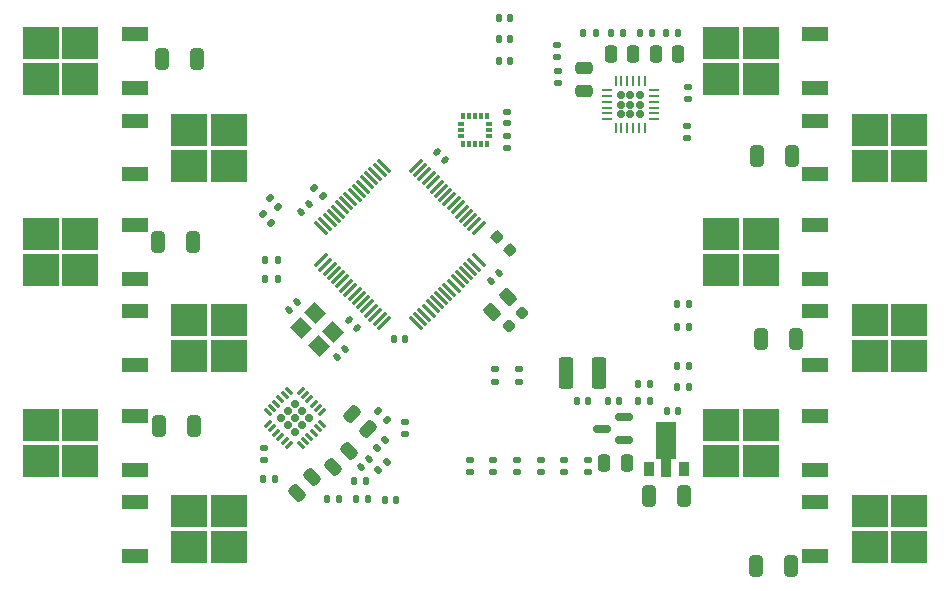
<source format=gbr>
%TF.GenerationSoftware,KiCad,Pcbnew,(6.0.5)*%
%TF.CreationDate,2023-08-08T13:01:53+01:00*%
%TF.ProjectId,Melty,4d656c74-792e-46b6-9963-61645f706362,rev?*%
%TF.SameCoordinates,Original*%
%TF.FileFunction,Paste,Top*%
%TF.FilePolarity,Positive*%
%FSLAX46Y46*%
G04 Gerber Fmt 4.6, Leading zero omitted, Abs format (unit mm)*
G04 Created by KiCad (PCBNEW (6.0.5)) date 2023-08-08 13:01:53*
%MOMM*%
%LPD*%
G01*
G04 APERTURE LIST*
G04 Aperture macros list*
%AMRoundRect*
0 Rectangle with rounded corners*
0 $1 Rounding radius*
0 $2 $3 $4 $5 $6 $7 $8 $9 X,Y pos of 4 corners*
0 Add a 4 corners polygon primitive as box body*
4,1,4,$2,$3,$4,$5,$6,$7,$8,$9,$2,$3,0*
0 Add four circle primitives for the rounded corners*
1,1,$1+$1,$2,$3*
1,1,$1+$1,$4,$5*
1,1,$1+$1,$6,$7*
1,1,$1+$1,$8,$9*
0 Add four rect primitives between the rounded corners*
20,1,$1+$1,$2,$3,$4,$5,0*
20,1,$1+$1,$4,$5,$6,$7,0*
20,1,$1+$1,$6,$7,$8,$9,0*
20,1,$1+$1,$8,$9,$2,$3,0*%
%AMRotRect*
0 Rectangle, with rotation*
0 The origin of the aperture is its center*
0 $1 length*
0 $2 width*
0 $3 Rotation angle, in degrees counterclockwise*
0 Add horizontal line*
21,1,$1,$2,0,0,$3*%
%AMFreePoly0*
4,1,9,3.862500,-0.866500,0.737500,-0.866500,0.737500,-0.450000,-0.737500,-0.450000,-0.737500,0.450000,0.737500,0.450000,0.737500,0.866500,3.862500,0.866500,3.862500,-0.866500,3.862500,-0.866500,$1*%
G04 Aperture macros list end*
%ADD10RoundRect,0.250000X-0.475000X0.250000X-0.475000X-0.250000X0.475000X-0.250000X0.475000X0.250000X0*%
%ADD11RoundRect,0.135000X0.135000X0.185000X-0.135000X0.185000X-0.135000X-0.185000X0.135000X-0.185000X0*%
%ADD12RoundRect,0.218750X0.026517X-0.335876X0.335876X-0.026517X-0.026517X0.335876X-0.335876X0.026517X0*%
%ADD13RoundRect,0.135000X0.035355X-0.226274X0.226274X-0.035355X-0.035355X0.226274X-0.226274X0.035355X0*%
%ADD14RoundRect,0.250000X0.512652X0.159099X0.159099X0.512652X-0.512652X-0.159099X-0.159099X-0.512652X0*%
%ADD15RoundRect,0.135000X-0.135000X-0.185000X0.135000X-0.185000X0.135000X0.185000X-0.135000X0.185000X0*%
%ADD16RoundRect,0.250000X0.250000X0.475000X-0.250000X0.475000X-0.250000X-0.475000X0.250000X-0.475000X0*%
%ADD17R,3.050000X2.750000*%
%ADD18R,2.200000X1.200000*%
%ADD19RoundRect,0.140000X-0.140000X-0.170000X0.140000X-0.170000X0.140000X0.170000X-0.140000X0.170000X0*%
%ADD20RoundRect,0.135000X0.185000X-0.135000X0.185000X0.135000X-0.185000X0.135000X-0.185000X-0.135000X0*%
%ADD21RoundRect,0.135000X0.226274X0.035355X0.035355X0.226274X-0.226274X-0.035355X-0.035355X-0.226274X0*%
%ADD22RoundRect,0.140000X0.140000X0.170000X-0.140000X0.170000X-0.140000X-0.170000X0.140000X-0.170000X0*%
%ADD23RoundRect,0.135000X-0.185000X0.135000X-0.185000X-0.135000X0.185000X-0.135000X0.185000X0.135000X0*%
%ADD24RoundRect,0.250000X0.159099X-0.512652X0.512652X-0.159099X-0.159099X0.512652X-0.512652X0.159099X0*%
%ADD25RoundRect,0.225000X-0.335876X-0.017678X-0.017678X-0.335876X0.335876X0.017678X0.017678X0.335876X0*%
%ADD26RoundRect,0.140000X0.021213X-0.219203X0.219203X-0.021213X-0.021213X0.219203X-0.219203X0.021213X0*%
%ADD27RoundRect,0.150000X0.587500X0.150000X-0.587500X0.150000X-0.587500X-0.150000X0.587500X-0.150000X0*%
%ADD28RoundRect,0.250000X-0.325000X-0.650000X0.325000X-0.650000X0.325000X0.650000X-0.325000X0.650000X0*%
%ADD29RoundRect,0.140000X-0.021213X0.219203X-0.219203X0.021213X0.021213X-0.219203X0.219203X-0.021213X0*%
%ADD30R,0.900000X1.300000*%
%ADD31FreePoly0,90.000000*%
%ADD32RoundRect,0.250000X0.325000X0.650000X-0.325000X0.650000X-0.325000X-0.650000X0.325000X-0.650000X0*%
%ADD33RoundRect,0.140000X0.170000X-0.140000X0.170000X0.140000X-0.170000X0.140000X-0.170000X-0.140000X0*%
%ADD34RoundRect,0.135000X-0.226274X-0.035355X-0.035355X-0.226274X0.226274X0.035355X0.035355X0.226274X0*%
%ADD35RoundRect,0.165000X-0.233345X0.000000X0.000000X-0.233345X0.233345X0.000000X0.000000X0.233345X0*%
%ADD36RoundRect,0.062500X-0.274004X0.185616X0.185616X-0.274004X0.274004X-0.185616X-0.185616X0.274004X0*%
%ADD37RoundRect,0.062500X-0.274004X-0.185616X-0.185616X-0.274004X0.274004X0.185616X0.185616X0.274004X0*%
%ADD38RoundRect,0.165000X0.165000X-0.165000X0.165000X0.165000X-0.165000X0.165000X-0.165000X-0.165000X0*%
%ADD39RoundRect,0.062500X0.062500X-0.325000X0.062500X0.325000X-0.062500X0.325000X-0.062500X-0.325000X0*%
%ADD40RoundRect,0.062500X0.325000X-0.062500X0.325000X0.062500X-0.325000X0.062500X-0.325000X-0.062500X0*%
%ADD41RoundRect,0.250000X0.375000X1.075000X-0.375000X1.075000X-0.375000X-1.075000X0.375000X-1.075000X0*%
%ADD42RoundRect,0.140000X-0.219203X-0.021213X-0.021213X-0.219203X0.219203X0.021213X0.021213X0.219203X0*%
%ADD43RoundRect,0.140000X0.219203X0.021213X0.021213X0.219203X-0.219203X-0.021213X-0.021213X-0.219203X0*%
%ADD44RoundRect,0.250000X0.132583X-0.503814X0.503814X-0.132583X-0.132583X0.503814X-0.503814X0.132583X0*%
%ADD45RoundRect,0.075000X-0.441942X-0.548008X0.548008X0.441942X0.441942X0.548008X-0.548008X-0.441942X0*%
%ADD46RoundRect,0.075000X0.441942X-0.548008X0.548008X-0.441942X-0.441942X0.548008X-0.548008X0.441942X0*%
%ADD47RotRect,1.400000X1.200000X315.000000*%
%ADD48RoundRect,0.140000X-0.170000X0.140000X-0.170000X-0.140000X0.170000X-0.140000X0.170000X0.140000X0*%
%ADD49R,0.300000X0.600000*%
%ADD50R,0.600000X0.300000*%
G04 APERTURE END LIST*
D10*
%TO.C,C16*%
X115214403Y-51805800D03*
X115214403Y-53705800D03*
%TD*%
D11*
%TO.C,R23*%
X118569200Y-48844200D03*
X117549200Y-48844200D03*
%TD*%
D12*
%TO.C,D2*%
X108895282Y-73640085D03*
X110008976Y-72526391D03*
%TD*%
D13*
%TO.C,R25*%
X97683376Y-83977424D03*
X98404624Y-83256176D03*
%TD*%
D11*
%TO.C,R19*%
X89283000Y-69621400D03*
X88263000Y-69621400D03*
%TD*%
D14*
%TO.C,C20*%
X96921751Y-82371751D03*
X95578249Y-81028249D03*
%TD*%
D15*
%TO.C,R17*%
X123137200Y-71780400D03*
X124157200Y-71780400D03*
%TD*%
D16*
%TO.C,C22*%
X119382979Y-50596800D03*
X117482979Y-50596800D03*
%TD*%
D17*
%TO.C,Q1*%
X130175000Y-52725000D03*
X126825000Y-52725000D03*
X130175000Y-49675000D03*
X126825000Y-49675000D03*
D18*
X134800000Y-53480000D03*
X134800000Y-48920000D03*
%TD*%
D19*
%TO.C,C29*%
X98370000Y-88300000D03*
X99330000Y-88300000D03*
%TD*%
D20*
%TO.C,R34*%
X105550000Y-86010000D03*
X105550000Y-84990000D03*
%TD*%
D21*
%TO.C,R13*%
X89362224Y-63530424D03*
X88640976Y-62809176D03*
%TD*%
D22*
%TO.C,C3*%
X118180000Y-80000000D03*
X117220000Y-80000000D03*
%TD*%
D23*
%TO.C,R6*%
X124053600Y-53363400D03*
X124053600Y-54383400D03*
%TD*%
D24*
%TO.C,C21*%
X90895249Y-87742951D03*
X92238751Y-86399449D03*
%TD*%
D11*
%TO.C,R30*%
X120982200Y-48844200D03*
X119962200Y-48844200D03*
%TD*%
D19*
%TO.C,C5*%
X114620000Y-80000000D03*
X115580000Y-80000000D03*
%TD*%
D25*
%TO.C,C9*%
X107833792Y-66076192D03*
X108929808Y-67172208D03*
%TD*%
D26*
%TO.C,C31*%
X96360589Y-85539411D03*
X97039411Y-84860589D03*
%TD*%
D11*
%TO.C,R4*%
X120810000Y-80000000D03*
X119790000Y-80000000D03*
%TD*%
D16*
%TO.C,C19*%
X123200204Y-50596800D03*
X121300204Y-50596800D03*
%TD*%
D23*
%TO.C,R15*%
X88138000Y-83919600D03*
X88138000Y-84939600D03*
%TD*%
D20*
%TO.C,R35*%
X107550000Y-86010000D03*
X107550000Y-84990000D03*
%TD*%
D11*
%TO.C,R18*%
X89283000Y-68021200D03*
X88263000Y-68021200D03*
%TD*%
D20*
%TO.C,R36*%
X109550000Y-86010000D03*
X109550000Y-84990000D03*
%TD*%
D22*
%TO.C,C11*%
X100098800Y-74701400D03*
X99138800Y-74701400D03*
%TD*%
D19*
%TO.C,C7*%
X122220000Y-80800000D03*
X123180000Y-80800000D03*
%TD*%
D27*
%TO.C,U1*%
X118637500Y-83250000D03*
X118637500Y-81350000D03*
X116762500Y-82300000D03*
%TD*%
D28*
%TO.C,C26*%
X130222200Y-74726800D03*
X133172200Y-74726800D03*
%TD*%
D20*
%TO.C,R28*%
X112979200Y-50827400D03*
X112979200Y-49807400D03*
%TD*%
D29*
%TO.C,C13*%
X108060811Y-69154989D03*
X107381989Y-69833811D03*
%TD*%
D30*
%TO.C,U10*%
X120699400Y-85687500D03*
D31*
X122199400Y-85600000D03*
D30*
X123699400Y-85687500D03*
%TD*%
D17*
%TO.C,Q5*%
X126825000Y-81975000D03*
X126825000Y-85025000D03*
X130175000Y-85025000D03*
X130175000Y-81975000D03*
D18*
X134800000Y-85780000D03*
X134800000Y-81220000D03*
%TD*%
D15*
%TO.C,R16*%
X123137200Y-73685400D03*
X124157200Y-73685400D03*
%TD*%
D11*
%TO.C,R24*%
X123192000Y-48844199D03*
X122172000Y-48844199D03*
%TD*%
D32*
%TO.C,C18*%
X82145400Y-66497200D03*
X79195400Y-66497200D03*
%TD*%
D23*
%TO.C,R2*%
X109700000Y-77290000D03*
X109700000Y-78310000D03*
%TD*%
D21*
%TO.C,R12*%
X88752624Y-64876624D03*
X88031376Y-64155376D03*
%TD*%
D17*
%TO.C,Q9*%
X81825000Y-89275000D03*
X85175000Y-89275000D03*
X85175000Y-92325000D03*
X81825000Y-92325000D03*
D18*
X77200000Y-88520000D03*
X77200000Y-93080000D03*
%TD*%
D13*
%TO.C,R32*%
X97810376Y-85831624D03*
X98531624Y-85110376D03*
%TD*%
D33*
%TO.C,C14*%
X108686600Y-56436200D03*
X108686600Y-55476200D03*
%TD*%
D23*
%TO.C,R7*%
X123977400Y-56665400D03*
X123977400Y-57685400D03*
%TD*%
D24*
%TO.C,C23*%
X94019449Y-85558551D03*
X95362951Y-84215049D03*
%TD*%
D16*
%TO.C,C1*%
X118850000Y-85200000D03*
X116950000Y-85200000D03*
%TD*%
D26*
%TO.C,C10*%
X91303789Y-63941011D03*
X91982611Y-63262189D03*
%TD*%
D17*
%TO.C,Q8*%
X69225000Y-52725000D03*
X69225000Y-49675000D03*
X72575000Y-49675000D03*
X72575000Y-52725000D03*
D18*
X77200000Y-53480000D03*
X77200000Y-48920000D03*
%TD*%
D17*
%TO.C,Q11*%
X130175000Y-65825000D03*
X130175000Y-68875000D03*
X126825000Y-68875000D03*
X126825000Y-65825000D03*
D18*
X134800000Y-69630000D03*
X134800000Y-65070000D03*
%TD*%
D28*
%TO.C,C6*%
X120725000Y-88000000D03*
X123675000Y-88000000D03*
%TD*%
D17*
%TO.C,Q14*%
X69225000Y-65825000D03*
X72575000Y-68875000D03*
X69225000Y-68875000D03*
X72575000Y-65825000D03*
D18*
X77200000Y-69630000D03*
X77200000Y-65070000D03*
%TD*%
D34*
%TO.C,R31*%
X97810376Y-80817776D03*
X98531624Y-81539024D03*
%TD*%
D32*
%TO.C,C17*%
X82424800Y-51028600D03*
X79474800Y-51028600D03*
%TD*%
D28*
%TO.C,C25*%
X129893800Y-59258200D03*
X132843800Y-59258200D03*
%TD*%
D17*
%TO.C,Q12*%
X142775000Y-76175000D03*
X142775000Y-73125000D03*
X139425000Y-76175000D03*
X139425000Y-73125000D03*
D18*
X134800000Y-72370000D03*
X134800000Y-76930000D03*
%TD*%
D17*
%TO.C,Q7*%
X81825000Y-56975000D03*
X85175000Y-60025000D03*
X81825000Y-60025000D03*
X85175000Y-56975000D03*
D18*
X77200000Y-56220000D03*
X77200000Y-60780000D03*
%TD*%
D22*
%TO.C,C30*%
X108980000Y-51200000D03*
X108020000Y-51200000D03*
%TD*%
D35*
%TO.C,U7*%
X90174372Y-81986828D03*
X89594545Y-81407000D03*
X90754200Y-80247345D03*
X90174372Y-80827172D03*
X90754200Y-81407000D03*
X90754200Y-82566655D03*
X91334028Y-81986828D03*
X91913855Y-81407000D03*
X91334028Y-80827172D03*
D36*
X90232709Y-79117742D03*
X89879155Y-79471295D03*
X89525602Y-79824849D03*
X89172049Y-80178402D03*
X88818495Y-80531955D03*
X88464942Y-80885509D03*
D37*
X88464942Y-81928491D03*
X88818495Y-82282045D03*
X89172049Y-82635598D03*
X89525602Y-82989151D03*
X89879155Y-83342705D03*
X90232709Y-83696258D03*
D36*
X91275691Y-83696258D03*
X91629245Y-83342705D03*
X91982798Y-82989151D03*
X92336351Y-82635598D03*
X92689905Y-82282045D03*
X93043458Y-81928491D03*
D37*
X93043458Y-80885509D03*
X92689905Y-80531955D03*
X92336351Y-80178402D03*
X91982798Y-79824849D03*
X91629245Y-79471295D03*
X91275691Y-79117742D03*
%TD*%
D15*
%TO.C,R5*%
X119790000Y-78500000D03*
X120810000Y-78500000D03*
%TD*%
D38*
%TO.C,U4*%
X119971400Y-54044000D03*
X119151400Y-54864000D03*
X119971400Y-55684000D03*
X118331400Y-55684000D03*
X119151400Y-55684000D03*
X118331400Y-54044000D03*
X119971400Y-54864000D03*
X119151400Y-54044000D03*
X118331400Y-54864000D03*
D39*
X117901400Y-56851500D03*
X118401400Y-56851500D03*
X118901400Y-56851500D03*
X119401400Y-56851500D03*
X119901400Y-56851500D03*
X120401400Y-56851500D03*
D40*
X121138900Y-56114000D03*
X121138900Y-55614000D03*
X121138900Y-55114000D03*
X121138900Y-54614000D03*
X121138900Y-54114000D03*
X121138900Y-53614000D03*
D39*
X120401400Y-52876500D03*
X119901400Y-52876500D03*
X119401400Y-52876500D03*
X118901400Y-52876500D03*
X118401400Y-52876500D03*
X117901400Y-52876500D03*
D40*
X117163900Y-53614000D03*
X117163900Y-54114000D03*
X117163900Y-54614000D03*
X117163900Y-55114000D03*
X117163900Y-55614000D03*
X117163900Y-56114000D03*
%TD*%
D23*
%TO.C,R21*%
X107700000Y-77290000D03*
X107700000Y-78310000D03*
%TD*%
D17*
%TO.C,Q6*%
X142775000Y-92325000D03*
X142775000Y-89275000D03*
X139425000Y-89275000D03*
X139425000Y-92325000D03*
D18*
X134800000Y-88520000D03*
X134800000Y-93080000D03*
%TD*%
D15*
%TO.C,R11*%
X123137200Y-78765400D03*
X124157200Y-78765400D03*
%TD*%
D11*
%TO.C,R14*%
X89105200Y-86563200D03*
X88085200Y-86563200D03*
%TD*%
D41*
%TO.C,L1*%
X116500000Y-77600000D03*
X113700000Y-77600000D03*
%TD*%
D21*
%TO.C,R1*%
X93121424Y-62641424D03*
X92400176Y-61920176D03*
%TD*%
D15*
%TO.C,R26*%
X95783400Y-86766400D03*
X96803400Y-86766400D03*
%TD*%
D42*
%TO.C,C12*%
X102760589Y-58860589D03*
X103439411Y-59539411D03*
%TD*%
D11*
%TO.C,R29*%
X116207000Y-48844200D03*
X115187000Y-48844200D03*
%TD*%
D43*
%TO.C,C8*%
X96021211Y-73796211D03*
X95342389Y-73117389D03*
%TD*%
D44*
%TO.C,R3*%
X107477815Y-72435318D03*
X108768285Y-71144848D03*
%TD*%
D20*
%TO.C,R20*%
X115550000Y-86010000D03*
X115550000Y-84990000D03*
%TD*%
D17*
%TO.C,Q10*%
X69225000Y-81975000D03*
X72575000Y-81975000D03*
X69225000Y-85025000D03*
X72575000Y-85025000D03*
D18*
X77200000Y-85780000D03*
X77200000Y-81220000D03*
%TD*%
D20*
%TO.C,R22*%
X113004600Y-53037200D03*
X113004600Y-52017200D03*
%TD*%
D45*
%TO.C,U3*%
X92979719Y-68061581D03*
X93333272Y-68415134D03*
X93686825Y-68768687D03*
X94040379Y-69122241D03*
X94393932Y-69475794D03*
X94747486Y-69829348D03*
X95101039Y-70182901D03*
X95454592Y-70536454D03*
X95808146Y-70890008D03*
X96161699Y-71243561D03*
X96515252Y-71597114D03*
X96868806Y-71950668D03*
X97222359Y-72304221D03*
X97575913Y-72657775D03*
X97929466Y-73011328D03*
X98283019Y-73364881D03*
D46*
X101005381Y-73364881D03*
X101358934Y-73011328D03*
X101712487Y-72657775D03*
X102066041Y-72304221D03*
X102419594Y-71950668D03*
X102773148Y-71597114D03*
X103126701Y-71243561D03*
X103480254Y-70890008D03*
X103833808Y-70536454D03*
X104187361Y-70182901D03*
X104540914Y-69829348D03*
X104894468Y-69475794D03*
X105248021Y-69122241D03*
X105601575Y-68768687D03*
X105955128Y-68415134D03*
X106308681Y-68061581D03*
D45*
X106308681Y-65339219D03*
X105955128Y-64985666D03*
X105601575Y-64632113D03*
X105248021Y-64278559D03*
X104894468Y-63925006D03*
X104540914Y-63571452D03*
X104187361Y-63217899D03*
X103833808Y-62864346D03*
X103480254Y-62510792D03*
X103126701Y-62157239D03*
X102773148Y-61803686D03*
X102419594Y-61450132D03*
X102066041Y-61096579D03*
X101712487Y-60743025D03*
X101358934Y-60389472D03*
X101005381Y-60035919D03*
D46*
X98283019Y-60035919D03*
X97929466Y-60389472D03*
X97575913Y-60743025D03*
X97222359Y-61096579D03*
X96868806Y-61450132D03*
X96515252Y-61803686D03*
X96161699Y-62157239D03*
X95808146Y-62510792D03*
X95454592Y-62864346D03*
X95101039Y-63217899D03*
X94747486Y-63571452D03*
X94393932Y-63925006D03*
X94040379Y-64278559D03*
X93686825Y-64632113D03*
X93333272Y-64985666D03*
X92979719Y-65339219D03*
%TD*%
D15*
%TO.C,R10*%
X123137200Y-77038200D03*
X124157200Y-77038200D03*
%TD*%
D47*
%TO.C,X1*%
X91254942Y-73737223D03*
X92810577Y-75292858D03*
X94012658Y-74090777D03*
X92457023Y-72535142D03*
%TD*%
D26*
%TO.C,C2*%
X90272065Y-72231087D03*
X90950887Y-71552265D03*
%TD*%
D20*
%TO.C,R8*%
X111550000Y-86010000D03*
X111550000Y-84990000D03*
%TD*%
D17*
%TO.C,Q13*%
X81825000Y-73125000D03*
X85175000Y-73125000D03*
X81825000Y-76175000D03*
X85175000Y-76175000D03*
D18*
X77200000Y-72370000D03*
X77200000Y-76930000D03*
%TD*%
D22*
%TO.C,C32*%
X108980000Y-49350000D03*
X108020000Y-49350000D03*
%TD*%
D48*
%TO.C,C33*%
X100100000Y-81770000D03*
X100100000Y-82730000D03*
%TD*%
D49*
%TO.C,AC1*%
X107000000Y-55797600D03*
X106500000Y-55797600D03*
X106000000Y-55797600D03*
X105500000Y-55797600D03*
X105000000Y-55797600D03*
D50*
X104800000Y-56497600D03*
X104800000Y-56997600D03*
X104800000Y-57497600D03*
D49*
X105000000Y-58197600D03*
X105500000Y-58197600D03*
X106000000Y-58197600D03*
X106500000Y-58197600D03*
X107000000Y-58197600D03*
D50*
X107200000Y-57497600D03*
X107200000Y-56997600D03*
X107200000Y-56497600D03*
%TD*%
D22*
%TO.C,C28*%
X108980000Y-47500000D03*
X108020000Y-47500000D03*
%TD*%
D48*
%TO.C,C15*%
X108686600Y-57559000D03*
X108686600Y-58519000D03*
%TD*%
D32*
%TO.C,C24*%
X82170800Y-82042000D03*
X79220800Y-82042000D03*
%TD*%
D15*
%TO.C,R33*%
X95908400Y-88290400D03*
X96928400Y-88290400D03*
%TD*%
D17*
%TO.C,Q2*%
X142775000Y-56975000D03*
X142775000Y-60025000D03*
X139425000Y-60025000D03*
X139425000Y-56975000D03*
D18*
X134800000Y-56220000D03*
X134800000Y-60780000D03*
%TD*%
D28*
%TO.C,C27*%
X129815800Y-93954600D03*
X132765800Y-93954600D03*
%TD*%
D26*
%TO.C,C4*%
X94316715Y-76275737D03*
X94995537Y-75596915D03*
%TD*%
D20*
%TO.C,R9*%
X113550000Y-86010000D03*
X113550000Y-84990000D03*
%TD*%
D15*
%TO.C,R27*%
X93495400Y-88290400D03*
X94515400Y-88290400D03*
%TD*%
M02*

</source>
